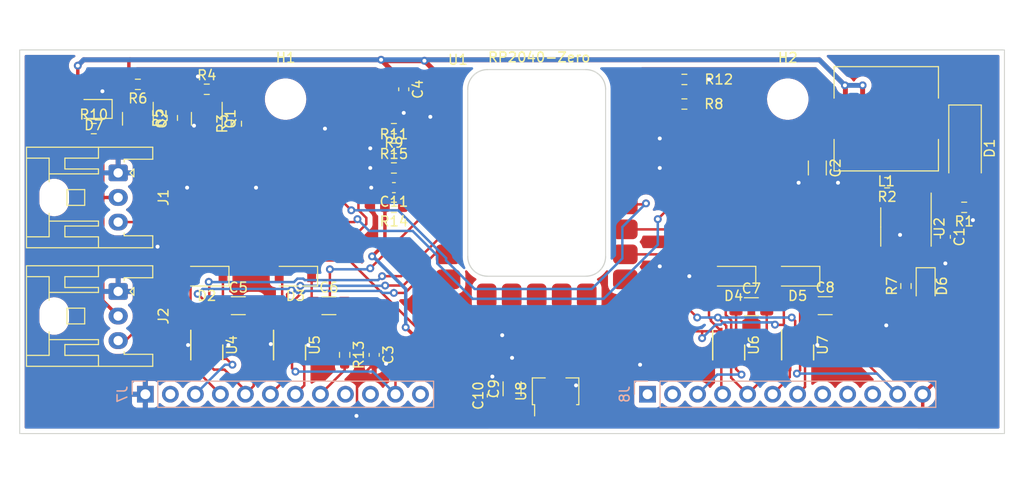
<source format=kicad_pcb>
(kicad_pcb (version 20211014) (generator pcbnew)
  (title_block (title "FeatherESC Logic Board") (date "2021-11-21"))
  (layers (0 "F.Cu" signal) (31 "B.Cu" signal) (34 "B.Paste" user) (35 "F.Paste" user) (36 "B.SilkS" user "B.Silkscreen") (37 "F.SilkS" user "F.Silkscreen") (38 "B.Mask" user) (39 "F.Mask" user) (44 "Edge.Cuts" user))
  (net 0 "")
  (net 1 "GND")
  (net 2 "VBAT")
  (net 3 "Net-(Q1-Pad1)")
  (net 4 "Net-(Q1-Pad3)")
  (net 5 "Net-(Q2-Pad1)")
  (net 6 "VBEC")
  (net 7 "/VBEC_SWITCHED")
  (net 10 "/gatedrivers1/BOOST1")
  (net 11 "/PHASE11")
  (net 14 "/gatedrivers1/BOOST2")
  (net 15 "/BEC_ENABLE")
  (net 16 "/PHASE21")
  (net 19 "Net-(R12-Pad2)")
  (net 20 "/RXIN_1")
  (net 21 "/gatedrivers2/BOOST1")
  (net 22 "/PHASE12")
  (net 23 "/gatedrivers2/BOOST2")
  (net 24 "/PHASE22")
  (net 25 "Net-(R1-Pad2)")
  (net 29 "+12V")
  (net 30 "/GATEH11")
  (net 31 "/GATEL11")
  (net 32 "/GATEL21")
  (net 33 "/GATEH21")
  (net 36 "/GATEH12")
  (net 40 "/GATEL12")
  (net 41 "/GATEL22")
  (net 42 "/GATEH22")
  (net 43 "/ISENSE_IN")
  (net 44 "/VSENSE_IN")
  (net 48 "/MOTORR_1")
  (net 49 "/MOTORF_1")
  (net 50 "/MOTOREN_1")
  (net 51 "/MOTORF_2")
  (net 52 "/MOTORR_2")
  (net 53 "/MOTOREN_2")
  (net 56 "/REGSW")
  (net 57 "Net-(D6-Pad2)")
  (net 58 "/RXIN_2")
  (net 60 "Net-(D7-Pad2)")
  (net 61 "GNDSHUNT")
  (net 62 "Net-(R11-Pad2)")
  (footprint "Capacitor_SMD:C_0603_1608Metric_Pad1.08x0.95mm_HandSolder" (layer "F.Cu") (at 137 91 -90)
    (fp_text reference "C3")
    (fp_text value "DNP")
  )
  (footprint "Capacitor_SMD:C_0603_1608Metric_Pad1.08x0.95mm_HandSolder" (layer "F.Cu") (at 195 79 -90)
    (fp_text reference "C1")
    (fp_text value "100 nF")
  )
  (footprint "Diode_SMD:D_SMA_Handsoldering" (layer "F.Cu") (at 197 70 -90)
    (fp_text reference "D1")
    (fp_text value "SS34")
  )
  (footprint "Package_TO_SOT_SMD:SOT-89-3" (layer "F.Cu") (at 155.42 95 90)
    (fp_text reference "U8")
    (fp_text value "78L12G-AB3-R ")
  )
  (footprint "MountingHole:MountingHole_3.2mm_M3" (layer "F.Cu") (at 128 65)
    (fp_text reference "H1")
    (fp_text value "Interconnect M3")
  )
  (footprint "Capacitor_SMD:C_0603_1608Metric" (layer "F.Cu") (at 149 95.145 90)
    (fp_text reference "C10")
    (fp_text value "DNP")
  )
  (footprint "Resistor_SMD:R_0603_1608Metric_Pad0.98x0.95mm_HandSolder" (layer "F.Cu") (at 123 67.5 90)
    (fp_text reference "R3")
    (fp_text value "1k")
  )
  (footprint "Capacitor_SMD:C_0603_1608Metric_Pad1.08x0.95mm_HandSolder" (layer "F.Cu") (at 139 74 180)
    (fp_text reference "C11")
    (fp_text value "DNP")
  )
  (footprint "Diode_SMD:D_SOD-123" (layer "F.Cu") (at 129 83 180)
    (fp_text reference "D3")
    (fp_text value "B5819W")
  )
  (footprint "featheresc_logic:RP2040-Zero" (layer "F.Cu") (at 153.5 73.5)
    (fp_text reference "U1")
    (fp_text value "RP2040-Zero")
    (fp_line (start -7 7.5) (end -7 -9.5) (layer "Edge.Cuts") (width 0.1))
    (fp_line (start -5 -11.5) (end 5 -11.5) (layer "Edge.Cuts") (width 0.1))
    (fp_line (start 7 -9.5) (end 7 7.5) (layer "Edge.Cuts") (width 0.1))
    (fp_line (start 5 9.5) (end -5 9.5) (layer "Edge.Cuts") (width 0.1))
    (fp_arc (start -5 9.5) (mid -6.414214 8.914214) (end -7 7.5) (layer "Edge.Cuts") (width 0.12))
    (fp_arc (start -7 -9.5) (mid -6.414214 -10.914214) (end -5 -11.5) (layer "Edge.Cuts") (width 0.12))
    (fp_arc (start 5 -11.5) (mid 6.414214 -10.914214) (end 7 -9.5) (layer "Edge.Cuts") (width 0.12))
    (fp_arc (start 7 7.5) (mid 6.414214 8.914214) (end 5 9.5) (layer "Edge.Cuts") (width 0.12))
  )
  (footprint "Capacitor_SMD:C_1206_3216Metric" (layer "F.Cu") (at 151 94.445 90)
    (fp_text reference "C9")
    (fp_text value "10uF 50V")
  )
  (footprint "Package_DFN_QFN:DFN-8-1EP_3x3mm_P0.5mm_EP1.66x2.38mm" (layer "F.Cu") (at 120 90 -90)
    (fp_text reference "U4")
    (fp_text value "NCP81155MN")
  )
  (footprint "Package_TO_SOT_SMD:SOT-23" (layer "F.Cu") (at 120 67 -90)
    (fp_text reference "Q1")
    (fp_text value "2N7002")
  )
  (footprint "MountingHole:MountingHole_3.2mm_M3" (layer "F.Cu") (at 179 65)
    (fp_text reference "H2")
    (fp_text value "Interconnect M3")
  )
  (footprint "Resistor_SMD:R_0603_1608Metric_Pad0.98x0.95mm_HandSolder" (layer "F.Cu") (at 120 64)
    (fp_text reference "R4")
    (fp_text value "33k")
  )
  (footprint "Package_TO_SOT_SMD:SOT-23" (layer "F.Cu") (at 113 67 -90)
    (fp_text reference "Q2")
    (fp_text value "AO3401A")
  )
  (footprint "Capacitor_SMD:C_1206_3216Metric_Pad1.33x1.80mm_HandSolder" (layer "F.Cu") (at 123.2 86)
    (fp_text reference "C5")
    (fp_text value "4.7uF 50V")
  )
  (footprint "Connector_JST:JST_XA_S03B-XASK-1_1x03_P2.50mm_Horizontal" (layer "F.Cu") (at 111 84.55 -90)
    (fp_text reference "J2")
    (fp_text value "RC IN 2")
  )
  (footprint "Resistor_SMD:R_0603_1608Metric_Pad0.98x0.95mm_HandSolder" (layer "F.Cu") (at 116.5 66.9125 90)
    (fp_text reference "R5")
    (fp_text value "1k")
  )
  (footprint "Resistor_SMD:R_0603_1608Metric_Pad0.98x0.95mm_HandSolder" (layer "F.Cu") (at 139 68 180)
    (fp_text reference "R9")
    (fp_text value "1k")
  )
  (footprint "Diode_SMD:D_SOD-123" (layer "F.Cu") (at 180 83 180)
    (fp_text reference "D5")
    (fp_text value "B5819W")
  )
  (footprint "Resistor_SMD:R_0603_1608Metric_Pad0.98x0.95mm_HandSolder" (layer "F.Cu") (at 189.0875 73.5 180)
    (fp_text reference "R2")
    (fp_text value "3.3k")
  )
  (footprint "Resistor_SMD:R_0603_1608Metric_Pad0.98x0.95mm_HandSolder" (layer "F.Cu") (at 113 63.5 180)
    (fp_text reference "R6")
    (fp_text value "33k")
  )
  (footprint "Inductor_SMD:L_10.4x10.4_H4.8" (layer "F.Cu") (at 189 67 180)
    (fp_text reference "L1")
    (fp_text value "68uH")
  )
  (footprint "Resistor_SMD:R_0603_1608Metric_Pad0.98x0.95mm_HandSolder" (layer "F.Cu") (at 139 70)
    (fp_text reference "R11")
    (fp_text value "100k")
  )
  (footprint "Resistor_SMD:R_0603_1608Metric_Pad0.98x0.95mm_HandSolder" (layer "F.Cu") (at 168.5 65.5)
    (fp_text reference "R8")
    (fp_text value "1k")
  )
  (footprint "Capacitor_SMD:C_1206_3216Metric_Pad1.33x1.80mm_HandSolder" (layer "F.Cu") (at 175.3 86.1)
    (fp_text reference "C7")
    (fp_text value "4.7uF 50V")
  )
  (footprint "Diode_SMD:D_SOD-123" (layer "F.Cu") (at 173.5 83 180)
    (fp_text reference "D4")
    (fp_text value "B5819W")
  )
  (footprint "Resistor_SMD:R_0603_1608Metric_Pad0.98x0.95mm_HandSolder" (layer "F.Cu") (at 168.5 63 180)
    (fp_text reference "R12")
    (fp_text value "100k")
  )
  (footprint "Package_SO:SOIC-8_3.9x4.9mm_P1.27mm" (layer "F.Cu") (at 191 78 -90)
    (fp_text reference "U2")
    (fp_text value "XL1509-ADJE1")
  )
  (footprint "Resistor_SMD:R_0603_1608Metric_Pad0.98x0.95mm_HandSolder" (layer "F.Cu") (at 139 76 180)
    (fp_text reference "R14")
    (fp_text value "33k")
  )
  (footprint "Diode_SMD:D_SOD-123" (layer "F.Cu") (at 120 83 180)
    (fp_text reference "D2")
    (fp_text value "B5819W")
  )
  (footprint "Package_DFN_QFN:DFN-8-1EP_3x3mm_P0.5mm_EP1.66x2.38mm" (layer "F.Cu") (at 128.405 90 -90)
    (fp_text reference "U5")
    (fp_text value "NCP81155MN")
  )
  (footprint "LED_SMD:LED_0805_2012Metric_Pad1.15x1.40mm_HandSolder" (layer "F.Cu") (at 108.525 66 180)
    (fp_text reference "D7")
    (fp_text value "Green BEC ON")
  )
  (footprint "Package_DFN_QFN:DFN-8-1EP_3x3mm_P0.5mm_EP1.66x2.38mm" (layer "F.Cu") (at 180 90 -90)
    (fp_text reference "U7")
    (fp_text value "NCP81155MN")
  )
  (footprint "Package_DFN_QFN:DFN-8-1EP_3x3mm_P0.5mm_EP1.66x2.38mm" (layer "F.Cu") (at 173 90 -90)
    (fp_text reference "U6")
    (fp_text value "NCP81155MN")
  )
  (footprint "Connector_JST:JST_XA_S03B-XASK-1_1x03_P2.50mm_Horizontal" (layer "F.Cu") (at 111 72.5 -90)
    (fp_text reference "J1")
    (fp_text value "RC IN 1")
  )
  (footprint "LED_SMD:LED_0805_2012Metric_Pad1.15x1.40mm_HandSolder" (layer "F.Cu") (at 193 84 -90)
    (fp_text reference "D6")
    (fp_text value "Green")
  )
  (footprint "Resistor_SMD:R_0603_1608Metric_Pad0.98x0.95mm_HandSolder" (layer "F.Cu") (at 196.9125 76 180)
    (fp_text reference "R1")
    (fp_text value "1k")
  )
  (footprint "Capacitor_SMD:C_1206_3216Metric_Pad1.33x1.80mm_HandSolder" (layer "F.Cu") (at 132.4 86)
    (fp_text reference "C6")
    (fp_text value "4.7uF 50V")
  )
  (footprint "Resistor_SMD:R_0603_1608Metric_Pad0.98x0.95mm_HandSolder" (layer "F.Cu") (at 108.525 68)
    (fp_text reference "R10")
    (fp_text value "1k")
  )
  (footprint "Resistor_SMD:R_0603_1608Metric_Pad0.98x0.95mm_HandSolder" (layer "F.Cu") (at 139 72)
    (fp_text reference "R15")
    (fp_text value "1k")
  )
  (footprint "Capacitor_SMD:C_1206_3216Metric" (layer "F.Cu") (at 182 72 -90)
    (fp_text reference "C2")
    (fp_text value "10uF")
  )
  (footprint "Resistor_SMD:R_0603_1608Metric_Pad0.98x0.95mm_HandSolder" (layer "F.Cu") (at 191 84 90)
    (fp_text reference "R7")
    (fp_text value "1k")
  )
  (footprint "Resistor_SMD:R_0603_1608Metric_Pad0.98x0.95mm_HandSolder" (layer "F.Cu") (at 134 91 -90)
    (fp_text reference "R13")
    (fp_text value "1k")
  )
  (footprint "Capacitor_SMD:C_1206_3216Metric_Pad1.33x1.80mm_HandSolder" (layer "F.Cu") (at 182.8 86)
    (fp_text reference "C8")
    (fp_text value "4.7uF 50V")
  )
  (footprint "Capacitor_SMD:C_0603_1608Metric_Pad1.08x0.95mm_HandSolder" (layer "F.Cu") (at 140 64 -90)
    (fp_text reference "C4")
    (fp_text value "100 nF")
  )
  (footprint "Connector_PinHeader_2.54mm:PinHeader_1x12_P2.54mm_Vertical" (layer "B.Cu") (at 113.76 95 -90)
    (fp_text reference "J7")
    (fp_text value "Interconnect 1")
  )
  (footprint "Connector_PinHeader_2.54mm:PinHeader_1x12_P2.54mm_Vertical" (layer "B.Cu") (at 164.76 95 -90)
    (fp_text reference "J8")
    (fp_text value "Interconnect 2")
  )
  (gr_rect (start 201 60) (end 101 99) (layer "Edge.Cuts") (width 0.1) (fill none))
  (segment (start 128.405 90) (end 130.3 90) (width 0.25) (layer "F.Cu") (net 1))
  (segment (start 144.5 65.54) (end 143.96 65.54) (width 0.5) (layer "F.Cu") (net 1))
  (segment (start 155.7 94.1) (end 157.5 94.1) (width 0.25) (layer "F.Cu") (net 1))
  (segment (start 195 79.8625) (end 195 81.7) (width 0.35) (layer "F.Cu") (net 1))
  (segment (start 169.4125 63) (end 171 63) (width 0.25) (layer "F.Cu") (net 1))
  (segment (start 190.365 78.835) (end 190.4 78.8) (width 0.35) (layer "F.Cu") (net 1))
  (segment (start 192.905 80.475) (end 192.905 82.88) (width 0.35) (layer "F.Cu") (net 1))
  (segment (start 120 90) (end 118.1 90) (width 0.25) (layer "F.Cu") (net 1))
  (segment (start 109.55 64.35) (end 109.4 64.2) (width 0.25) (layer "F.Cu") (net 1))
  (segment (start 140 64.8625) (end 140 66.4) (width 0.5) (layer "F.Cu") (net 1))
  (segment (start 197.825 77.275) (end 197.8 77.3) (width 0.25) (layer "F.Cu") (net 1))
  (segment (start 140 64.8625) (end 143.8225 64.8625) (width 0.5) (layer "F.Cu") (net 1))
  (segment (start 119.0875 64) (end 119.0875 62.7125) (width 0.25) (layer "F.Cu") (net 1))
  (segment (start 182 73.475) (end 184.075 73.475) (width 0.25) (layer "F.Cu") (net 1))
  (segment (start 172.75 90.25) (end 172.75 91.4) (width 0.25) (layer "F.Cu") (net 1))
  (segment (start 128.405 90) (end 126.6 90) (width 0.25) (layer "F.Cu") (net 1))
  (segment (start 128.405 90) (end 128.155 90.25) (width 0.25) (layer "F.Cu") (net 1))
  (segment (start 128.155 90.25) (end 128.155 91.4) (width 0.25) (layer "F.Cu") (net 1))
  (segment (start 155.42 94.38) (end 155.7 94.1) (width 0.25) (layer "F.Cu") (net 1))
  (segment (start 184.075 73.475) (end 184.1 73.5) (width 0.25) (layer "F.Cu") (net 1))
  (segment (start 137 91.8625) (end 135.254511 93.607989) (width 0.25) (layer "F.Cu") (net 1))
  (segment (start 180 90) (end 182 90) (width 0.25) (layer "F.Cu") (net 1))
  (segment (start 179.75 90.25) (end 179.75 91.4) (width 0.25) (layer "F.Cu") (net 1))
  (segment (start 155.42 96.5625) (end 155.42 94.38) (width 0.25) (layer "F.Cu") (net 1))
  (segment (start 119.0875 64) (end 119.0875 66.025) (width 0.25) (layer "F.Cu") (net 1))
  (segment (start 126.6 90) (end 126.5 89.9) (width 0.25) (layer "F.Cu") (net 1))
  (segment (start 197 75.175) (end 197.825 76) (width 0.25) (layer "F.Cu") (net 1))
  (segment (start 173 90) (end 175 90) (width 0.25) (layer "F.Cu") (net 1))
  (segment (start 149 94.37) (end 149.6 94.37) (width 0.25) (layer "F.Cu") (net 1))
  (segment (start 190.365 80.475) (end 192.905 80.475) (width 0.35) (layer "F.Cu") (net 1))
  (segment (start 189.095 80.475) (end 190.365 80.475) (width 0.35) (layer "F.Cu") (net 1))
  (segment (start 180 90) (end 179.75 90.25) (width 0.25) (layer "F.Cu") (net 1))
  (segment (start 143.96 65.54) (end 142.7 66.8) (width 0.5) (layer "F.Cu") (net 1))
  (segment (start 149.6 94.37) (end 151 92.97) (width 0.25) (layer "F.Cu") (net 1))
  (segment (start 149 94.37) (end 149 93.2) (width 0.25) (layer "F.Cu") (net 1))
  (segment (start 151 92.97) (end 151 91.3) (width 0.25) (layer "F.Cu") (net 1))
  (segment (start 119.05 66.0625) (end 119.05 67.35) (width 0.25) (layer "F.Cu") (net 1))
  (segment (start 182 73.475) (end 180.125 73.475) (width 0.25) (layer "F.Cu") (net 1))
  (segment (start 190.365 80.475) (end 190.365 78.835) (width 0.35) (layer "F.Cu") (net 1))
  (segment (start 120 90) (end 122.2 90) (width 0.25) (layer "F.Cu") (net 1))
  (segment (start 138.1625 91.8625) (end 138.2 91.9) (width 0.25) (layer "F.Cu") (net 1))
  (segment (start 180.125 73.475) (end 180.1 73.5) (width 0.25) (layer "F.Cu") (net 1))
  (segment (start 119.05 67.35) (end 118.7 67.7) (width 0.25) (layer "F.Cu") (net 1))
  (segment (start 138.0875 72) (end 136.6 72) (width 0.25) (layer "F.Cu") (net 1))
  (segment (start 143.8225 64.8625) (end 144.5 65.54) (width 0.5) (layer "F.Cu") (net 1))
  (segment (start 119.0875 66.025) (end 119.05 66.0625) (width 0.25) (layer "F.Cu") (net 1))
  (segment (start 195 79.8625) (end 193.5175 79.8625) (width 0.35) (layer "F.Cu") (net 1))
  (segment (start 173 90) (end 172.75 90.25) (width 0.25) (layer "F.Cu") (net 1))
  (segment (start 109.55 66) (end 109.55 64.35) (width 0.25) (layer "F.Cu") (net 1))
  (segment (start 119.75 91.4) (end 119.75 90.25) (width 0.25) (layer "F.Cu") (net 1))
  (segment (start 138.0875 70) (end 136.6 70) (width 0.25) (layer "F.Cu") (net 1))
  (segment (start 119.75 90.25) (end 120 90) (width 0.25) (layer "F.Cu") (net 1))
  (segment (start 138.1375 74) (end 136.7 74) (width 0.25) (layer "F.Cu") (net 1))
  (segment (start 135.254511 97.145489) (end 135.2 97.2) (width 0.25) (layer "F.Cu") (net 1))
  (segment (start 192.905 82.88) (end 193 82.975) (width 0.35) (layer "F.Cu") (net 1))
  (segment (start 193.5175 79.8625) (end 192.905 80.475) (width 0.35) (layer "F.Cu") (net 1))
  (segment (start 137 91.8625) (end 138.1625 91.8625) (width 0.25) (layer "F.Cu") (net 1))
  (segment (start 197 72.5) (end 197 75.175) (width 0.25) (layer "F.Cu") (net 1))
  (segment (start 135.254511 93.607989) (end 135.254511 97.145489) (width 0.25) (layer "F.Cu") (net 1))
  (segment (start 119.0875 62.7125) (end 119.1 62.7) (width 0.25) (layer "F.Cu") (net 1))
  (segment (start 197.825 76) (end 197.825 77.275) (width 0.25) (layer "F.Cu") (net 1))
  (via (at 118 74) (size 0.8) (drill 0.4) (layers "F.Cu" "B.Cu") (net 1))
  (via (at 132 68) (size 0.8) (drill 0.4) (layers "F.Cu" "B.Cu") (net 1))
  (via (at 135.2 97.2) (size 0.8) (drill 0.4) (layers "F.Cu" "B.Cu") (net 1))
  (via (at 115 80) (size 0.8) (drill 0.4) (layers "F.Cu" "B.Cu") (net 1))
  (via (at 169 83) (size 0.8) (drill 0.4) (layers "F.Cu" "B.Cu") (net 1))
  (via (at 109.4 64.2) (size 0.8) (drill 0.4) (layers "F.Cu" "B.Cu") (net 1))
  (via (at 195 81.7) (size 0.8) (drill 0.4) (layers "F.Cu" "B.Cu") (net 1))
  (via (at 189 88) (size 0.8) (drill 0.4) (layers "F.Cu" "B.Cu") (net 1))
  (via (at 130.3 90) (size 0.8) (drill 0.4) (layers "F.Cu" "B.Cu") (net 1))
  (via (at 182 90) (size 0.8) (drill 0.4) (layers "F.Cu" "B.Cu") (net 1))
  (via (at 118.1 90) (size 0.8) (drill 0.4) (layers "F.Cu" "B.Cu") (net 1))
  (via (at 171 63) (size 0.8) (drill 0.4) (layers "F.Cu" "B.Cu") (net 1))
  (via (at 157.5 94.1) (size 0.8) (drill 0.4) (layers "F.Cu" "B.Cu") (net 1))
  (via (at 136.7 74) (size 0.8) (drill 0.4) (layers "F.Cu" "B.Cu") (net 1))
  (via (at 197.8 77.3) (size 0.8) (drill 0.4) (layers "F.Cu" "B.Cu") (net 1))
  (via (at 138.2 91.9) (size 0.8) (drill 0.4) (layers "F.Cu" "B.Cu") (net 1))
  (via (at 166 82) (size 0.8) (drill 0.4) (layers "F.Cu" "B.Cu") (net 1))
  (via (at 126.5 89.9) (size 0.8) (drill 0.4) (layers "F.Cu" "B.Cu") (net 1))
  (via (at 190.4 78.8) (size 0.8) (drill 0.4) (layers "F.Cu" "B.Cu") (net 1))
  (via (at 166 72) (size 0.8) (drill 0.4) (layers "F.Cu" "B.Cu") (net 1))
  (via (at 151 91.3) (size 0.8) (drill 0.4) (layers "F.Cu" "B.Cu") (net 1))
  (via (at 180.1 73.5) (size 0.8) (drill 0.4) (layers "F.Cu" "B.Cu") (net 1))
  (via (at 175 90) (size 0.8) (drill 0.4) (layers "F.Cu" "B.Cu") (net 1))
  (via (at 140 66.4) (size 0.8) (drill 0.4) (layers "F.Cu" "B.Cu") (net 1))
  (via (at 149 93.2) (size 0.8) (drill 0.4) (layers "F.Cu" "B.Cu") (net 1))
  (via (at 166 69) (size 0.8) (drill 0.4) (layers "F.Cu" "B.Cu") (net 1))
  (via (at 118.7 67.7) (size 0.8) (drill 0.4) (layers "F.Cu" "B.Cu") (net 1))
  (via (at 184.1 73.5) (size 0.8) (drill 0.4) (layers "F.Cu" "B.Cu") (net 1))
  (via (at 136.6 70) (size 0.8) (drill 0.4) (layers "F.Cu" "B.Cu") (net 1))
  (via (at 125 74) (size 0.8) (drill 0.4) (layers "F.Cu" "B.Cu") (net 1))
  (via (at 164 92) (size 0.8) (drill 0.4) (layers "F.Cu" "B.Cu") (net 1))
  (via (at 119.1 62.7) (size 0.8) (drill 0.4) (layers "F.Cu" "B.Cu") (net 1))
  (via (at 136.6 72) (size 0.8) (drill 0.4) (layers "F.Cu" "B.Cu") (net 1))
  (via (at 150 89) (size 0.8) (drill 0.4) (layers "F.Cu" "B.Cu") (net 1))
  (via (at 142.7 66.8) (size 0.8) (drill 0.4) (layers "F.Cu" "B.Cu") (net 1))
  (via (at 122.2 90) (size 0.8) (drill 0.4) (layers "F.Cu" "B.Cu") (net 1))
  (segment (start 195.84952 78.98702) (end 195 78.1375) (width 0.35) (layer "F.Cu") (net 2))
  (segment (start 140.2 88.2) (end 143.5 91.5) (width 0.35) (layer "F.Cu") (net 2))
  (segment (start 155.8 98.2) (end 156.92 97.08) (width 0.35) (layer "F.Cu") (net 2))
  (segment (start 191.6 97.8) (end 158.07 97.8) (width 0.35) (layer "F.Cu") (net 2))
  (segment (start 195 77.62) (end 192.905 75.525) (width 0.35) (layer "F.Cu") (net 2))
  (segment (start 192.7 95) (end 192.7 96.7) (width 0.35) (layer "F.Cu") (net 2))
  (segment (start 192.7 96.7) (end 191.6 97.8) (width 0.35) (layer "F.Cu") (net 2))
  (segment (start 138.0875 76) (end 138.0875 79.687902) (width 0.35) (layer "F.Cu") (net 2))
  (segment (start 138.0875 79.687902) (end 136.787701 80.987701) (width 0.35) (layer "F.Cu") (net 2))
  (segment (start 143.5 92.1) (end 149.6 98.2) (width 0.35) (layer "F.Cu") (net 2))
  (segment (start 158.07 97.8) (end 156.92 96.65) (width 0.35) (layer "F.Cu") (net 2))
  (segment (start 195 78.1375) (end 195 77.62) (width 0.35) (layer "F.Cu") (net 2))
  (segment (start 195.84952 91.85048) (end 195.84952 78.98702) (width 0.35) (layer "F.Cu") (net 2))
  (segment (start 143.5 91.5) (end 143.5 92.1) (width 0.35) (layer "F.Cu") (net 2))
  (segment (start 156.92 97.08) (end 156.92 96.65) (width 0.35) (layer "F.Cu") (net 2))
  (segment (start 192.7 95) (end 195.84952 91.85048) (width 0.35) (layer "F.Cu") (net 2))
  (segment (start 149.6 98.2) (end 155.8 98.2) (width 0.35) (layer "F.Cu") (net 2))
  (via (at 140.2 88.2) (size 0.8) (drill 0.4) (layers "F.Cu" "B.Cu") (net 2))
  (via (at 136.787701 80.987701) (size 0.8) (drill 0.4) (layers "F.Cu" "B.Cu") (net 2))
  (segment (start 136.883026 80.987701) (end 140.2 84.304675) (width 0.35) (layer "B.Cu") (net 2))
  (segment (start 140.2 84.304675) (end 140.2 88.2) (width 0.35) (layer "B.Cu") (net 2))
  (segment (start 136.787701 80.987701) (end 136.883026 80.987701) (width 0.35) (layer "B.Cu") (net 2))
  (segment (start 120.95 66.0625) (end 120.95 64.0375) (width 0.25) (layer "F.Cu") (net 3))
  (segment (start 123 66.5875) (end 121.475 66.5875) (width 0.25) (layer "F.Cu") (net 3))
  (segment (start 120.95 64.0375) (end 120.9125 64) (width 0.25) (layer "F.Cu") (net 3))
  (segment (start 121.475 66.5875) (end 120.95 66.0625) (width 0.25) (layer "F.Cu") (net 3))
  (segment (start 120 67.9375) (end 118.9375 69) (width 0.25) (layer "F.Cu") (net 4))
  (segment (start 118.9375 69) (end 117.675 69) (width 0.25) (layer "F.Cu") (net 4))
  (segment (start 117.675 69) (end 116.5 67.825) (width 0.25) (layer "F.Cu") (net 4))
  (segment (start 114.0125 66) (end 113.95 66.0625) (width 0.25) (layer "F.Cu") (net 5))
  (segment (start 113.9125 66.025) (end 113.95 66.0625) (width 0.25) (layer "F.Cu") (net 5))
  (segment (start 113.9125 63.5) (end 113.9125 66.025) (width 0.25) (layer "F.Cu") (net 5))
  (segment (start 116.5 66) (end 114.0125 66) (width 0.25) (layer "F.Cu") (net 5))
  (segment (start 189.990716 83.0875) (end 191 83.0875) (width 0.35) (layer "F.Cu") (net 6))
  (segment (start 186.1 67) (end 186.6 66.5) (width 0.5) (layer "F.Cu") (net 6))
  (segment (start 142.1 61.1) (end 144 63) (width 0.5) (layer "F.Cu") (net 6))
  (segment (start 107.4 63.4) (end 106.9 62.9) (width 0.35) (layer "F.Cu") (net 6))
  (segment (start 137.7 61) (end 112.2 61) (width 0.5) (layer "F.Cu") (net 6))
  (segment (start 185.2 70.525) (end 188.175 73.5) (width 0.35) (layer "F.Cu") (net 6))
  (segment (start 184.85 67) (end 184.85 67.675) (width 0.35) (layer "F.Cu") (net 6))
  (segment (start 142.1 61.1) (end 137.8 61.1) (width 0.5) (layer "F.Cu") (net 6))
  (segment (start 137.7 61) (end 139.7 63) (width 0.5) (layer "F.Cu") (net 6))
  (segment (start 188.175 81.271784) (end 189.990716 83.0875) (width 0.35) (layer "F.Cu") (net 6))
  (segment (start 107.5 61) (end 106.9 61.6) (width 0.5) (layer "F.Cu") (net 6))
  (segment (start 184.85 67.675) (end 182 70.525) (width 0.35) (layer "F.Cu") (net 6))
  (segment (start 184.8 63.6) (end 182.2 61) (width 0.5) (layer "F.Cu") (net 6))
  (segment (start 139.7 63) (end 144.5 63) (width 0.5) (layer "F.Cu") (net 6))
  (segment (start 184.85 67) (end 186.1 67) (width 0.5) (layer "F.Cu") (net 6))
  (segment (start 144 63) (end 144.5 63) (width 0.5) (layer "F.Cu") (net 6))
  (segment (start 182.2 61) (end 142.2 61) (width 0.5) (layer "F.Cu") (net 6))
  (segment (start 112.2 61) (end 107.5 61) (width 0.5) (layer "F.Cu") (net 6))
  (segment (start 112.0875 63.5) (end 112.0875 66.025) (width 0.35) (layer "F.Cu") (net 6))
  (segment (start 112.0875 61.1125) (end 112.2 61) (width 0.35) (layer "F.Cu") (net 6))
  (segment (start 186.6 66.5) (end 186.6 63.6) (width 0.5) (layer "F.Cu") (net 6))
  (segment (start 142.2 61) (end 142.1 61.1) (width 0.5) (layer "F.Cu") (net 6))
  (segment (start 111.9875 63.4) (end 107.4 63.4) (width 0.35) (layer "F.Cu") (net 6))
  (segment (start 184.85 67) (end 184.85 63.65) (width 0.5) (layer "F.Cu") (net 6))
  (segment (start 188.175 73.5) (end 188.175 81.271784) (width 0.35) (layer "F.Cu") (net 6))
  (segment (start 184.85 63.65) (end 184.8 63.6) (width 0.5) (layer "F.Cu") (net 6))
  (segment (start 112.0875 63.5) (end 111.9875 63.4) (width 0.35) (layer "F.Cu") (net 6))
  (segment (start 112.0875 66.025) (end 112.05 66.0625) (width 0.35) (layer "F.Cu") (net 6))
  (segment (start 106.9 62.9) (end 106.9 61.6) (width 0.35) (layer "F.Cu") (net 6))
  (segment (start 112.0875 63.5) (end 112.0875 61.1125) (width 0.35) (layer "F.Cu") (net 6))
  (segment (start 137.8 61.1) (end 137.7 61) (width 0.5) (layer "F.Cu") (net 6))
  (segment (start 182 70.525) (end 185.2 70.525) (width 0.35) (layer "F.Cu") (net 6))
  (via (at 137.7 61) (size 0.8) (drill 0.4) (layers "F.Cu" "B.Cu") (net 6))
  (via (at 142.1 61.1) (size 0.8) (drill 0.4) (layers "F.Cu" "B.Cu") (net 6))
  (via (at 186.6 63.6) (size 0.8) (drill 0.4) (layers "F.Cu" "B.Cu") (net 6))
  (via (at 106.9 61.6) (size 0.8) (drill 0.4) (layers "F.Cu" "B.Cu") (net 6))
  (via (at 184.8 63.6) (size 0.8) (drill 0.4) (layers "F.Cu" "B.Cu") (net 6))
  (segment (start 107.5 61) (end 106.9 61.6) (width 0.5) (layer "B.Cu") (net 6))
  (segment (start 182.2 61) (end 184.8 63.6) (width 0.5) (layer "B.Cu") (net 6))
  (segment (start 137.7 61) (end 142 61) (width 0.5) (layer "B.Cu") (net 6))
  (segment (start 184.8 63.6) (end 186.6 63.6) (width 0.5) (layer "B.Cu") (net 6))
  (segment (start 142 61) (end 142.1 61.1) (width 0.5) (layer "B.Cu") (net 6))
  (segment (start 142.1 61.1) (end 142.2 61) (width 0.5) (layer "B.Cu") (net 6))
  (segment (start 137.7 61) (end 107.5 61) (width 0.5) (layer "B.Cu") (net 6))
  (segment (start 142.2 61) (end 182.2 61) (width 0.5) (layer "B.Cu") (net 6))
  (segment (start 109.4375 68) (end 109.4375 73.4375) (width 0.35) (layer "F.Cu") (net 7))
  (segment (start 109.5 67.9375) (end 109.4375 68) (width 0.35) (layer "F.Cu") (net 7))
  (segment (start 109.4375 75.1375) (end 109.4375 73.4375) (width 0.35) (layer "F.Cu") (net 7))
  (segment (start 109.575 75) (end 109.4375 75.1375) (width 0.35) (layer "F.Cu") (net 7))
  (segment (start 113 67.9375) (end 109.5 67.9375) (width 0.35) (layer "F.Cu") (net 7))
  (segment (start 111 87.05) (end 109.4375 85.4875) (width 0.35) (layer "F.Cu") (net 7))
  (segment (start 109.4375 85.4875) (end 109.4375 75.1375) (width 0.35) (layer "F.Cu") (net 7))
  (segment (start 111 75) (end 109.575 75) (width 0.35) (layer "F.Cu") (net 7))
  (segment (start 121.6375 83.0125) (end 121.65 83) (width 0.25) (layer "F.Cu") (net 10))
  (segment (start 121.6375 86) (end 121.6375 83.0125) (width 0.25) (layer "F.Cu") (net 10))
  (segment (start 121.6375 87.2625) (end 121.6375 86) (width 0.25) (layer "F.Cu") (net 10))
  (segment (start 120.75 88.6) (end 120.75 88.15) (width 0.25) (layer "F.Cu") (net 10))
  (segment (start 120.75 88.15) (end 121.6375 87.2625) (width 0.25) (layer "F.Cu") (net 10))
  (segment (start 120.25 92.024022) (end 120.725978 92.5) (width 0.25) (layer "F.Cu") (net 11))
  (segment (start 124.7625 86) (end 124.7625 94.1575) (width 0.25) (layer "F.Cu") (net 11))
  (segment (start 121.8 92.5) (end 123.92 94.62) (width 0.25) (layer "F.Cu") (net 11))
  (segment (start 124.7625 94.1575) (end 123.92 95) (width 0.25) (layer "F.Cu") (net 11))
  (segment (start 120.25 91.4) (end 120.25 92.024022) (width 0.25) (layer "F.Cu") (net 11))
  (segment (start 120.725978 92.5) (end 121.8 92.5) (width 0.25) (layer "F.Cu") (net 11))
  (segment (start 123.92 94.62) (end 123.92 95) (width 0.25) (layer "F.Cu") (net 11))
  (segment (start 130.65 83) (end 130.65 85.8125) (width 0.25) (layer "F.Cu") (net 14))
  (segment (start 130.65 85.8125) (end 130.8375 86) (width 0.25) (layer "F.Cu") (net 14))
  (segment (start 129.155 87.6825) (end 130.8375 86) (width 0.25) (layer "F.Cu") (net 14))
  (segment (start 129.155 88.6) (end 129.155 87.6825) (width 0.25) (layer "F.Cu") (net 14))
  (segment (start 126.787601 68.4125) (end 123 68.4125) (width 0.25) (layer "F.Cu") (net 15))
  (segment (start 162.5 75.7) (end 164.5 75.7) (width 0.25) (layer "F.Cu") (net 15))
  (segment (start 134.675947 76.300846) (end 126.787601 68.4125) (width 0.25) (layer "F.Cu") (net 15))
  (segment (start 164.5 75.7) (end 164.6 75.6) (width 0.25) (layer "F.Cu") (net 15))
  (via (at 164.6 75.6) (size 0.8) (drill 0.4) (layers "F.Cu" "B.Cu") (net 15))
  (via (at 134.675947 76.300846) (size 0.8) (drill 0.4) (layers "F.Cu" "B.Cu") (net 15))
  (segment (start 139.436564 76.300846) (end 134.675947 76.300846) (width 0.25) (layer "B.Cu") (net 15))
  (segment (start 162.2 78) (end 162.2 81.2) (width 0.25) (layer "B.Cu") (net 15))
  (segment (start 159.1 84.3) (end 158.2 84.3) (width 0.25) (layer "B.Cu") (net 15))
  (segment (start 158.2 84.3) (end 147.2 84.3) (width 0.25) (layer "B.Cu") (net 15))
  (segment (start 144.3 81.164282) (end 139.436564 76.300846) (width 0.25) (layer "B.Cu") (net 15))
  (segment (start 164.6 75.6) (end 162.2 78) (width 0.25) (layer "B.Cu") (net 15))
  (segment (start 162.2 81.2) (end 159.1 84.3) (width 0.25) (layer "B.Cu") (net 15))
  (segment (start 147.2 84.3) (end 144.3 81.4) (width 0.25) (layer "B.Cu") (net 15))
  (segment (start 144.3 81.4) (end 144.3 81.164282) (width 0.25) (layer "B.Cu") (net 15))
  (segment (start 137.3 86) (end 139.16 87.86) (width 0.25) (layer "F.Cu") (net 16))
  (segment (start 128.655 91.4) (end 128.655 92.355) (width 0.25) (layer "F.Cu") (net 16))
  (segment (start 133.9625 86) (end 137.3 86) (width 0.25) (layer "F.Cu") (net 16))
  (segment (start 128.655 92.355) (end 129 92.7) (width 0.25) (layer "F.Cu") (net 16))
  (segment (start 139.16 87.86) (end 139.16 95) (width 0.25) (layer "F.Cu") (net 16))
  (via (at 129 92.7) (size 0.8) (drill 0.4) (layers "F.Cu" "B.Cu") (net 16))
  (segment (start 136.86 92.7) (end 139.16 95) (width 0.25) (layer "B.Cu") (net 16))
  (segment (start 129 92.7) (end 136.86 92.7) (width 0.25) (layer "B.Cu") (net 16))
  (segment (start 167.5475 65.54) (end 167.5875 65.5) (width 0.25) (layer "F.Cu") (net 19))
  (segment (start 167.5875 63) (end 167.5875 65.5) (width 0.25) (layer "F.Cu") (net 19))
  (segment (start 162.5 65.54) (end 167.5475 65.54) (width 0.25) (layer "F.Cu") (net 19))
  (segment (start 169.4125 73.5875) (end 165.8 77.2) (width 0.25) (layer "F.Cu") (net 20))
  (segment (start 169.4125 65.5) (end 169.4125 73.5875) (width 0.25) (layer "F.Cu") (net 20))
  (segment (start 135.3 77.2) (end 135 77.5) (width 0.25) (layer "F.Cu") (net 20))
  (segment (start 135 77.5) (end 111 77.5) (width 0.25) (layer "F.Cu") (net 20))
  (via (at 135.3 77.2) (size 0.8) (drill 0.4) (layers "F.Cu" "B.Cu") (net 20))
  (via (at 165.8 77.2) (size 0.8) (drill 0.4) (layers "F.Cu" "B.Cu") (net 20))
  (segment (start 135.3 77.2) (end 136.5 78.4) (width 0.25) (layer "B.Cu") (net 20))
  (segment (start 140.9 78.4) (end 143.4 80.9) (width 0.25) (layer "B.Cu") (net 20))
  (segment (start 165.8 79.8) (end 165.8 77.2) (width 0.25) (layer "B.Cu") (net 20))
  (segment (start 136.5 78.4) (end 140.9 78.4) (width 0.25) (layer "B.Cu") (net 20))
  (segment (start 147 85.3) (end 160.3 85.3) (width 0.25) (layer "B.Cu") (net 20))
  (segment (start 143.4 80.9) (end 143.4 81.7) (width 0.25) (layer "B.Cu") (net 20))
  (segment (start 143.4 81.7) (end 147 85.3) (width 0.25) (layer "B.Cu") (net 20))
  (segment (start 160.3 85.3) (end 165.8 79.8) (width 0.25) (layer "B.Cu") (net 20))
  (segment (start 173.75 86.1125) (end 173.7375 86.1) (width 0.25) (layer "F.Cu") (net 21))
  (segment (start 173.7375 84.4125) (end 175.15 83) (width 0.25) (layer "F.Cu") (net 21))
  (segment (start 173.75 88.6) (end 173.75 86.1125) (width 0.25) (layer "F.Cu") (net 21))
  (segment (start 173.7375 86.1) (end 173.7375 84.4125) (width 0.25) (layer "F.Cu") (net 21))
  (segment (start 173.25 93.33) (end 174.92 95) (width 0.25) (layer "F.Cu") (net 22))
  (segment (start 174.92 95) (end 176.8625 93.0575) (width 0.25) (layer "F.Cu") (net 22))
  (segment (start 173.25 91.4) (end 173.25 93.33) (width 0.25) (layer "F.Cu") (net 22))
  (segment (start 176.8625 93.0575) (end 176.8625 86.1) (width 0.25) (layer "F.Cu") (net 22))
  (segment (start 181.65 85.4125) (end 181.0625 86) (width 0.25) (layer "F.Cu") (net 23))
  (segment (start 180.75 87.65) (end 180.75 88.6) (width 0.25) (layer "F.Cu") (net 23))
  (segment (start 181.0625 87.3375) (end 180.75 87.65) (width 0.25) (layer "F.Cu") (net 23))
  (segment (start 181.65 83) (end 181.65 85.4125) (width 0.25) (layer "F.Cu") (net 23))
  (segment (start 181.0625 86) (end 181.0625 87.3375) (width 0.25) (layer "F.Cu") (net 23))
  (segment (start 184.3625 89.2025) (end 190.16 95) (width 0.25) (layer "F.Cu") (net 24))
  (segment (start 184.3625 86) (end 184.3625 89.2025) (width 0.25) (layer "F.Cu") (net 24))
  (segment (start 180.25 91.4) (end 180.25 92.5745) (width 0.25) (layer "F.Cu") (net 24))
  (segment (start 180.25 92.5745) (end 179.9245 92.9) (width 0.25) (layer "F.Cu") (net 24))
  (via (at 179.9245 92.9) (size 0.8) (drill 0.4) (layers "F.Cu" "B.Cu") (net 24))
  (segment (start 179.9245 92.9) (end 188.06 92.9) (width 0.25) (layer "B.Cu") (net 24))
  (segment (start 188.06 92.9) (end 190.16 95) (width 0.25) (layer "B.Cu") (net 24))
  (segment (start 194.22548 74.22548) (end 192.558448 74.22548) (width 0.25) (layer "F.Cu") (net 25))
  (segment (start 190 74.1) (end 190.4 74.5) (width 0.25) (layer "F.Cu") (net 25))
  (segment (start 192 76.9) (end 190.765 76.9) (width 0.25) (layer "F.Cu") (net 25))
  (segment (start 190.4 74.5) (end 190.365 74.535) (width 0.25) (layer "F.Cu") (net 25))
  (segment (start 196 76) (end 194.22548 74.22548) (width 0.25) (layer "F.Cu") (net 25))
  (segment (start 190.365 74.535) (end 190.365 75.525) (width 0.25) (layer "F.Cu") (net 25))
  (segment (start 190.365 76.5) (end 190.365 75.525) (width 0.25) (layer "F.Cu") (net 25))
  (segment (start 190 73.5) (end 190 74.1) (width 0.25) (layer "F.Cu") (net 25))
  (segment (start 192.558448 74.22548) (end 192.25952 74.524408) (width 0.25) (layer "F.Cu") (net 25))
  (segment (start 192.25952 74.524408) (end 192.25952 76.64048) (width 0.25) (layer "F.Cu") (net 25))
  (segment (start 192.25952 76.64048) (end 192 76.9) (width 0.25) (layer "F.Cu") (net 25))
  (segment (start 190.765 76.9) (end 190.365 76.5) (width 0.25) (layer "F.Cu") (net 25))
  (segment (start 153.92 92.87456) (end 158.19456 88.6) (width 0.25) (layer "F.Cu") (net 29))
  (segment (start 172.25 88.6) (end 171.2 87.55) (width 0.25) (layer "F.Cu") (net 29))
  (segment (start 118.35 83) (end 119.274511 82.075489) (width 0.25) (layer "F.Cu") (net 29))
  (segment (start 170.3 89.3) (end 170.3 88.6) (width 0.25) (layer "F.Cu") (net 29))
  (segment (start 153.19 95.92) (end 153.92 96.65) (width 0.25) (layer "F.Cu") (net 29))
  (segment (start 134.48 81.4) (end 128.95 81.4) (width 0.25) (layer "F.Cu") (net 29))
  (segment (start 177.7 87.9245) (end 177.7255 87.95) (width 0.25) (layer "F.Cu") (net 29))
  (segment (start 151 95.92) (end 149 95.92) (width 0.25) (layer "F.Cu") (net 29))
  (segment (start 119.25 86.45) (end 119.25 88.6) (width 0.25) (layer "F.Cu") (net 29))
  (segment (start 171 87.2) (end 171 83.85) (width 0.25) (layer "F.Cu") (net 29))
  (segment (start 179.25 88.6) (end 178.6 87.95) (width 0.25) (layer "F.Cu") (net 29))
  (segment (start 158.19456 88.6) (end 170.3 88.6) (width 0.25) (layer "F.Cu") (net 29))
  (segment (start 178.6 87.95) (end 178.6 83.25) (width 0.25) (layer "F.Cu") (net 29))
  (segment (start 171 83.85) (end 171.85 83) (width 0.25) (layer "F.Cu") (net 29))
  (segment (start 153.92 96.65) (end 153.92 92.87456) (width 0.25) (layer "F.Cu") (net 29))
  (segment (start 118.35 85.55) (end 119.25 86.45) (width 0.25) (layer "F.Cu") (net 29))
  (segment (start 151 95.92) (end 153.19 95.92) (width 0.25) (layer "F.Cu") (net 29))
  (segment (start 178.6 83.25) (end 178.35 83) (width 0.25) (layer "F.Cu") (net 29))
  (segment (start 127.655 83.305) (end 127.35 83) (width 0.25) (layer "F.Cu") (net 29))
  (segment (start 126.425489 82.075489) (end 127.35 83) (width 0.25) (layer "F.Cu") (net 29))
  (segment (start 177.7255 87.95) (end 178.6 87.95) (width 0.25) (layer "F.Cu") (net 29))
  (segment (start 118.35 83) (end 118.35 85.55) (width 0.25) (layer "F.Cu") (net 29))
  (segment (start 170.3 88.6) (end 172.25 88.6) (width 0.25) (layer "F.Cu") (net 29))
  (segment (start 149 95.92) (end 134.48 81.4) (width 0.25) (layer "F.Cu") (net 29))
  (segment (start 171.2 87.4) (end 171 87.2) (width 0.25) (layer "F.Cu") (net 29))
  (segment (start 128.95 81.4) (end 127.35 83) (width 0.25) (layer "F.Cu") (net 29))
  (segment (start 127.655 88.6) (end 127.655 83.305) (width 0.25) (layer "F.Cu") (net 29))
  (segment (start 171.2 87.55) (end 171.2 87.4) (width 0.25) (layer "F.Cu") (net 29))
  (segment (start 119.274511 82.075489) (end 126.425489 82.075489) (width 0.25) (layer "F.Cu") (net 29))
  (via (at 177.7 87.9245) (size 0.8) (drill 0.4) (layers "F.Cu" "B.Cu") (net 29))
  (via (at 170.3 89.3) (size 0.8) (drill 0.4) (layers "F.Cu" "B.Cu") (net 29))
  (segment (start 172.200103 87.924511) (end 171.675489 87.924511) (width 0.25) (layer "B.Cu") (net 29))
  (segment (start 177.7 87.9245) (end 177.4755 87.7) (width 0.25) (layer "B.Cu") (net 29))
  (segment (start 172.424614 87.7) (end 172.200103 87.924511) (width 0.25) (layer "B.Cu") (net 29))
  (segment (start 177.4755 87.7) (end 172.424614 87.7) (width 0.25) (layer "B.Cu") (net 29))
  (segment (start 171.675489 87.924511) (end 170.3 89.3) (width 0.25) (layer "B.Cu") (net 29))
  (segment (start 120.75 91.4) (end 122 91.4) (width 0.25) (layer "F.Cu") (net 30))
  (segment (start 122 91.4) (end 122.6 92) (width 0.25) (layer "F.Cu") (net 30))
  (via (at 122.6 92) (size 0.8) (drill 0.4) (layers "F.Cu" "B.Cu") (net 30))
  (segment (start 122.6 92) (end 121.84 92) (width 0.25) (layer "B.Cu") (net 30))
  (segment (start 121.84 92) (end 118.84 95) (width 0.25) (layer "B.Cu") (net 30))
  (segment (start 119.25 92.87) (end 121.38 95) (width 0.25) (layer "F.Cu") (net 31))
  (segment (start 119.25 91.4) (end 119.25 92.87) (width 0.25) (layer "F.Cu") (net 31))
  (segment (start 127.655 91.4) (end 127.655 93.805) (width 0.25) (layer "F.Cu") (net 32))
  (segment (start 127.655 93.805) (end 126.46 95) (width 0.25) (layer "F.Cu") (net 32))
  (segment (start 129.155 91.4) (end 129.9 92.145) (width 0.25) (layer "F.Cu") (net 33))
  (segment (start 129.9 94.1) (end 129 95) (width 0.25) (layer "F.Cu") (net 33))
  (segment (start 129.9 92.145) (end 129.9 94.1) (width 0.25) (layer "F.Cu") (net 33))
  (segment (start 173.75 92.45) (end 173.75 91.4) (width 0.25) (layer "F.Cu") (net 36))
  (segment (start 174.3 93) (end 173.75 92.45) (width 0.25) (layer "F.Cu") (net 36))
  (via (at 174.3 93) (size 0.8) (drill 0.4) (layers "F.Cu" "B.Cu") (net 36))
  (segment (start 174.3 93) (end 171.84 93) (width 0.25) (layer "B.Cu") (net 36))
  (segment (start 171.84 93) (end 169.84 95) (width 0.25) (layer "B.Cu") (net 36))
  (segment (start 172.25 94.87) (end 172.25 91.4) (width 0.25) (layer "F.Cu") (net 40))
  (segment (start 172.38 95) (end 172.25 94.87) (width 0.25) (layer "F.Cu") (net 40))
  (segment (start 179.25 92.55) (end 179.25 91.4) (width 0.25) (layer "F.Cu") (net 41))
  (segment (start 179.2 93.26) (end 179.2 92.6) (width 0.25) (layer "F.Cu") (net 41))
  (segment (start 177.46 95) (end 179.2 93.26) (width 0.25) (layer "F.Cu") (net 41))
  (segment (start 179.2 92.6) (end 179.25 92.55) (width 0.25) (layer "F.Cu") (net 41))
  (segment (start 180 95) (end 180.75 94.25) (width 0.25) (layer "F.Cu") (net 42))
  (segment (start 180.75 94.25) (end 180.75 91.4) (width 0.25) (layer "F.Cu") (net 42))
  (segment (start 136.6 82.2) (end 143.1 75.7) (width 0.25) (layer "F.Cu") (net 43))
  (segment (start 136.95 90.0875) (end 137 90.1375) (width 0.25) (layer "F.Cu") (net 43))
  (segment (start 143.1 75.7) (end 144.5 75.7) (width 0.25) (layer "F.Cu") (net 43))
  (segment (start 134 90.0875) (end 136.95 90.0875) (width 0.25) (layer "F.Cu") (net 43))
  (segment (start 136.225006 90.1375) (end 132.5 86.412494) (width 0.25) (layer "F.Cu") (net 43))
  (segment (start 137 90.1375) (end 136.225006 90.1375) (width 0.25) (layer "F.Cu") (net 43))
  (segment (start 132.5 86.412494) (end 132.5 82.8) (width 0.25) (layer "F.Cu") (net 43))
  (segment (start 132.5 82.8) (end 132.5 82.3) (width 0.25) (layer "F.Cu") (net 43))
  (via (at 132.5 82.3) (size 0.8) (drill 0.4) (layers "F.Cu" "B.Cu") (net 43))
  (via (at 136.6 82.2) (size 0.8) (drill 0.4) (layers "F.Cu" "B.Cu") (net 43))
  (segment (start 132.5 82.3) (end 136.5 82.3) (width 0.25) (layer "B.Cu") (net 43))
  (segment (start 136.5 82.3) (end 136.6 82.2) (width 0.25) (layer "B.Cu") (net 43))
  (segment (start 144.5 73.16) (end 140.7025 73.16) (width 0.25) (layer "F.Cu") (net 44))
  (segment (start 139.8625 75.95) (end 139.9125 76) (width 0.25) (layer "F.Cu") (net 44))
  (segment (start 139.9125 73.95) (end 139.8625 74) (width 0.25) (layer "F.Cu") (net 44))
  (segment (start 139.8625 74) (end 139.8625 75.95) (width 0.25) (layer "F.Cu") (net 44))
  (segment (start 140.7025 73.16) (end 139.8625 74) (width 0.25) (layer "F.Cu") (net 44))
  (segment (start 139.9125 72) (end 139.9125 73.95) (width 0.25) (layer "F.Cu") (net 44))
  (segment (start 139.951789 83.948211) (end 143.12 80.78) (width 0.25) (layer "F.Cu") (net 48))
  (segment (start 128.655 85.669614) (end 129.5 84.824614) (width 0.25) (layer "F.Cu") (net 48))
  (segment (start 138.11607 83.948211) (end 139.951789 83.948211) (width 0.25) (layer "F.Cu") (net 48))
  (segment (start 128.655 88.6) (end 128.655 85.669614) (width 0.25) (layer "F.Cu") (net 48))
  (segment (start 129.5 84.824614) (end 129.5 83.9755) (width 0.25) (layer "F.Cu") (net 48))
  (segment (start 143.12 80.78) (end 144.5 80.78) (width 0.25) (layer "F.Cu") (net 48))
  (via (at 129.5 83.9755) (size 0.8) (drill 0.4) (layers "F.Cu" "B.Cu") (net 48))
  (via (at 138.11607 83.948211) (size 0.8) (drill 0.4) (layers "F.Cu" "B.Cu") (net 48))
  (segment (start 129.5 83.9755) (end 138.088781 83.9755) (width 0.25) (layer "B.Cu") (net 48))
  (segment (start 138.088781 83.9755) (end 138.11607 83.948211) (width 0.25) (layer "B.Cu") (net 48))
  (segment (start 120.25 83.6255) (end 120.25 88.6) (width 0.25) (layer "F.Cu") (net 49))
  (segment (start 139.74 83) (end 144.5 78.24) (width 0.25) (layer "F.Cu") (net 49))
  (segment (start 137.8 83) (end 139.74 83) (width 0.25) (layer "F.Cu") (net 49))
  (segment (start 120.2 83.5755) (end 120.25 83.6255) (width 0.25) (layer "F.Cu") (net 49))
  (via (at 120.2 83.5755) (size 0.8) (drill 0.4) (layers "F.Cu" "B.Cu") (net 49))
  (via (at 137.8 83) (size 0.8) (drill 0.4) (layers "F.Cu" "B.Cu") (net 49))
  (segment (start 128.850886 83.6) (end 129.199897 83.250989) (width 0.25) (layer "B.Cu") (net 49))
  (segment (start 129.949114 83.4) (end 137.4 83.4) (width 0.25) (layer "B.Cu") (net 49))
  (segment (start 120.2245 83.6) (end 128.850886 83.6) (width 0.25) (layer "B.Cu") (net 49))
  (segment (start 120.2 83.5755) (end 120.2245 83.6) (width 0.25) (layer "B.Cu") (net 49))
  (segment (start 137.4 83.4) (end 137.8 83) (width 0.25) (layer "B.Cu") (net 49))
  (segment (start 129.199897 83.250989) (end 129.800103 83.250989) (width 0.25) (layer "B.Cu") (net 49))
  (segment (start 129.800103 83.250989) (end 129.949114 83.4) (width 0.25) (layer "B.Cu") (net 49))
  (segment (start 128.596008 84.401883) (end 128.155 84.842891) (width 0.25) (layer "F.Cu") (net 50))
  (segment (start 128.155 84.842891) (end 128.155 88.6) (width 0.25) (layer "F.Cu") (net 50))
  (segment (start 141.52 83.32) (end 144.5 83.32) (width 0.25) (layer "F.Cu") (net 50))
  (segment (start 139 84.7) (end 140.14 84.7) (width 0.25) (layer "F.Cu") (net 50))
  (segment (start 140.14 84.7) (end 141.52 83.32) (width 0.25) (layer "F.Cu") (net 50))
  (segment (start 119.0745 84.8) (end 119.75 85.4755) (width 0.25) (layer "F.Cu") (net 50))
  (segment (start 119.75 85.4755) (end 119.75 88.6) (width 0.25) (layer "F.Cu") (net 50))
  (via (at 119.0745 84.8) (size 0.8) (drill 0.4) (layers "F.Cu" "B.Cu") (net 50))
  (via (at 139 84.7) (size 0.8) (drill 0.4) (layers "F.Cu" "B.Cu") (net 50))
  (via (at 128.596008 84.401883) (size 0.8) (drill 0.4) (layers "F.Cu" "B.Cu") (net 50))
  (segment (start 137.843245 84.7) (end 139 84.7) (width 0.25) (layer "B.Cu") (net 50))
  (segment (start 137.643245 84.5) (end 137.843245 84.7) (width 0.25) (layer "B.Cu") (net 50))
  (segment (start 128.901769 84.401883) (end 129.199897 84.700011) (width 0.25) (layer "B.Cu") (net 50))
  (segment (start 128.494125 84.3) (end 119.5745 84.3) (width 0.25) (layer "B.Cu") (net 50))
  (segment (start 128.596008 84.401883) (end 128.901769 84.401883) (width 0.25) (layer "B.Cu") (net 50))
  (segment (start 119.5745 84.3) (end 119.0745 84.8) (width 0.25) (layer "B.Cu") (net 50))
  (segment (start 129.800103 84.700011) (end 130.000114 84.5) (width 0.25) (layer "B.Cu") (net 50))
  (segment (start 129.199897 84.700011) (end 129.800103 84.700011) (width 0.25) (layer "B.Cu") (net 50))
  (segment (start 130.000114 84.5) (end 137.643245 84.5) (width 0.25) (layer "B.Cu") (net 50))
  (segment (start 128.596008 84.401883) (end 128.494125 84.3) (width 0.25) (layer "B.Cu") (net 50))
  (segment (start 173.25 87.487494) (end 172.69952 86.937014) (width 0.25) (layer "F.Cu") (net 51))
  (segment (start 172.69952 86.937014) (end 172.69952 82.150498) (width 0.25) (layer "F.Cu") (net 51))
  (segment (start 173.25 88.6) (end 173.25 87.487494) (width 0.25) (layer "F.Cu") (net 51))
  (segment (start 172.69952 82.150498) (end 171.329022 80.78) (width 0.25) (layer "F.Cu") (net 51))
  (segment (start 171.329022 80.78) (end 162.5 80.78) (width 0.25) (layer "F.Cu") (net 51))
  (segment (start 180.25 88.6) (end 180.25 83.200978) (width 0.25) (layer "F.Cu") (net 52))
  (segment (start 175.289022 78.24) (end 162.5 78.24) (width 0.25) (layer "F.Cu") (net 52))
  (segment (start 180.25 83.200978) (end 175.289022 78.24) (width 0.25) (layer "F.Cu") (net 52))
  (segment (start 171.9 87.2) (end 172.75 88.05) (width 0.25) (layer "F.Cu") (net 53))
  (segment (start 169.8 87.2) (end 165.92 83.32) (width 0.25) (layer "F.Cu") (net 53))
  (segment (start 165.92 83.32) (end 162.5 83.32) (width 0.25) (layer "F.Cu") (net 53))
  (segment (start 179.75 88.6) (end 179.75 87.55) (width 0.25) (layer "F.Cu") (net 53))
  (segment (start 179.75 87.55) (end 179.4 87.2) (width 0.25) (layer "F.Cu") (net 53))
  (segment (start 172.75 88.05) (end 172.75 88.6) (width 0.25) (layer "F.Cu") (net 53))
  (via (at 179.4 87.2) (size 0.8) (drill 0.4) (layers "F.Cu" "B.Cu") (net 53))
  (via (at 169.8 87.2) (size 0.8) (drill 0.4) (layers "F.Cu" "B.Cu") (net 53))
  (via (at 171.9 87.2) (size 0.8) (drill 0.4) (layers "F.Cu" "B.Cu") (net 53))
  (segment (start 179.4 87.2) (end 171.9 87.2) (width 0.25) (layer "B.Cu") (net 53))
  (segment (start 171.9 87.2) (end 169.8 87.2) (width 0.25) (layer "B.Cu") (net 53))
  (segment (start 191.635 75.525) (end 191.635 68.515) (width 0.35) (layer "F.Cu") (net 56))
  (segment (start 191.635 68.515) (end 193.15 67) (width 0.35) (layer "F.Cu") (net 56))
  (segment (start 193.15 67) (end 196.5 67) (width 0.35) (layer "F.Cu") (net 56))
  (segment (start 196.5 67) (end 197 67.5) (width 0.35) (layer "F.Cu") (net 56))
  (segment (start 193 85.025) (end 191.1125 85.025) (width 0.25) (layer "F.Cu") (net 57))
  (segment (start 191.1125 85.025) (end 191 84.9125) (width 0.25) (layer "F.Cu") (net 57))
  (segment (start 114.5 84.6) (end 114.5 86.8) (width 0.25) (layer "F.Cu") (net 58))
  (segment (start 138.0875 68) (end 136.9 68) (width 0.25) (layer "F.Cu") (net 58))
  (segment (start 114.5 86.8) (end 111.75 89.55) (width 0.25) (layer "F.Cu") (net 58))
  (segment (start 136.2 77.7) (end 133.9 80) (width 0.25) (layer "F.Cu") (net 58))
  (segment (start 135.4 69.5) (end 135.4 76.275386) (width 0.25) (layer "F.Cu") (net 58))
  (segment (start 136.2 77.075386) (end 136.2 77.7) (width 0.25) (layer "F.Cu") (net 58))
  (segment (start 135.4 76.275386) (end 136.2 77.075386) (width 0.25) (layer "F.Cu") (net 58))
  (segment (start 133.9 80) (end 119.1 80) (width 0.25) (layer "F.Cu") (net 58))
  (segment (start 119.1 80) (end 114.5 84.6) (width 0.25) (layer "F.Cu") (net 58))
  (segment (start 136.9 68) (end 135.4 69.5) (width 0.25) (layer "F.Cu") (net 58))
  (segment (start 111.75 89.55) (end 111 89.55) (width 0.25) (layer "F.Cu") (net 58))
  (segment (start 107.6125 66.1125) (end 107.5 66) (width 0.25) (layer "F.Cu") (net 60))
  (segment (start 107.6125 68) (end 107.6125 66.1125) (width 0.25) (layer "F.Cu") (net 60))
  (segment (start 134 92.54) (end 134 91.9125) (width 0.25) (layer "F.Cu") (net 61))
  (segment (start 131.54 95) (end 134 92.54) (width 0.25) (layer "F.Cu") (net 61))
  (segment (start 139.9125 70) (end 139.9125 68) (width 0.25) (layer "F.Cu") (net 62))
  (segment (start 144.5 70.62) (end 140.5325 70.62) (width 0.25) (layer "F.Cu") (net 62))
  (segment (start 140.5325 70.62) (end 139.9125 70) (width 0.25) (layer "F.Cu") (net 62))
  (zone (net 1) (net_name "GND") (layer "F.Cu") (connect_pads (clearance 0.508)) (min_thickness 0.254) (fill yes (thermal_gap 0.508) (thermal_bridge_width 0.508))
    (polygon (pts (xy 201 106) (xy 101 106) (xy 101 55) (xy 201 55)))
  )
  (zone (net 1) (net_name "GND") (layer "B.Cu") (connect_pads (clearance 0.508)) (min_thickness 0.254) (fill yes (thermal_gap 0.508) (thermal_bridge_width 0.508))
    (polygon (pts (xy 203 100) (xy 99 100) (xy 99 58) (xy 203 58)))
  )
)
</source>
